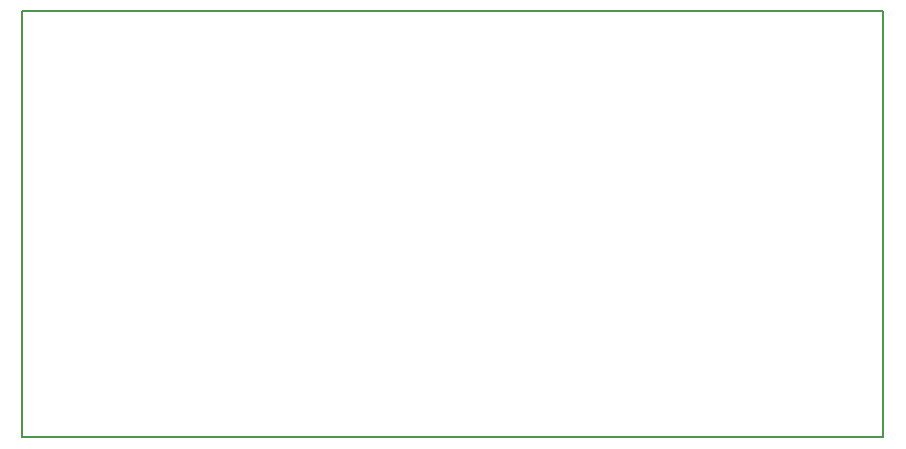
<source format=gbr>
G04 #@! TF.GenerationSoftware,KiCad,Pcbnew,(5.0.2)-1*
G04 #@! TF.CreationDate,2019-02-13T01:18:52+00:00*
G04 #@! TF.ProjectId,TeensyBikeShield,5465656e-7379-4426-996b-65536869656c,rev?*
G04 #@! TF.SameCoordinates,Original*
G04 #@! TF.FileFunction,Profile,NP*
%FSLAX46Y46*%
G04 Gerber Fmt 4.6, Leading zero omitted, Abs format (unit mm)*
G04 Created by KiCad (PCBNEW (5.0.2)-1) date 13/02/2019 01:18:52*
%MOMM*%
%LPD*%
G01*
G04 APERTURE LIST*
%ADD10C,0.150000*%
G04 APERTURE END LIST*
D10*
X27686000Y-37592000D02*
X27686000Y-56134000D01*
X88900000Y-56134000D02*
X27686000Y-56134000D01*
X100584000Y-56134000D02*
X100584000Y-47244000D01*
X99822000Y-56134000D02*
X100584000Y-56134000D01*
X88900000Y-56134000D02*
X99822000Y-56134000D01*
X100584000Y-28956000D02*
X100584000Y-47244000D01*
X100584000Y-20066000D02*
X100584000Y-28956000D01*
X88646000Y-20066000D02*
X100584000Y-20066000D01*
X29210000Y-20066000D02*
X88646000Y-20066000D01*
X27686000Y-20066000D02*
X29210000Y-20066000D01*
X27686000Y-26924000D02*
X27686000Y-20066000D01*
X27686000Y-37592000D02*
X27686000Y-26924000D01*
M02*

</source>
